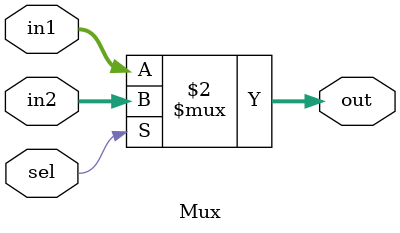
<source format=v>
module Mux(
    input [31:0]in1,in2,
    input sel,
    output [31:0] out
    );
    assign out = (~sel) ? in1 : in2 ;
    
endmodule

</source>
